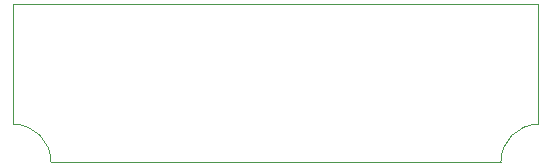
<source format=gbr>
%TF.GenerationSoftware,KiCad,Pcbnew,(5.1.9)-1*%
%TF.CreationDate,2021-03-25T16:00:54-07:00*%
%TF.ProjectId,SP_CARRIER_A,53505f43-4152-4524-9945-525f412e6b69,rev?*%
%TF.SameCoordinates,Original*%
%TF.FileFunction,Profile,NP*%
%FSLAX46Y46*%
G04 Gerber Fmt 4.6, Leading zero omitted, Abs format (unit mm)*
G04 Created by KiCad (PCBNEW (5.1.9)-1) date 2021-03-25 16:00:54*
%MOMM*%
%LPD*%
G01*
G04 APERTURE LIST*
%TA.AperFunction,Profile*%
%ADD10C,0.050000*%
%TD*%
G04 APERTURE END LIST*
D10*
X92710000Y-57785000D02*
X92710000Y-67945000D01*
X92710000Y-67945000D02*
G75*
G02*
X95885000Y-71120000I0J-3175000D01*
G01*
X133985000Y-71120000D02*
G75*
G02*
X137160000Y-67945000I3175000J0D01*
G01*
X92710000Y-57785000D02*
X137160000Y-57785000D01*
X133985000Y-71120000D02*
X95885000Y-71120000D01*
X137160000Y-57785000D02*
X137160000Y-67945000D01*
M02*

</source>
